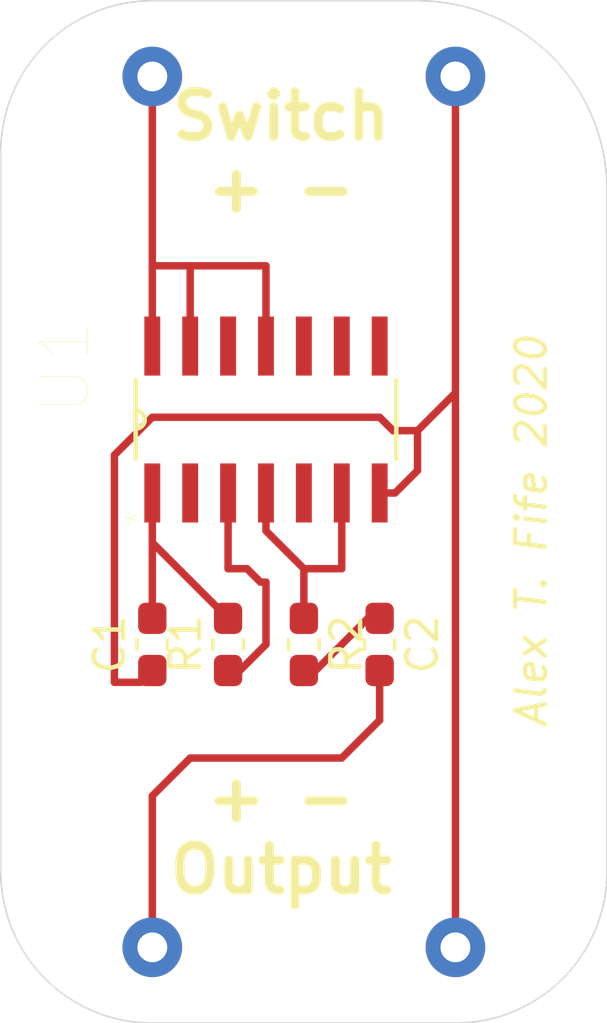
<source format=kicad_pcb>
(kicad_pcb (version 20171130) (host pcbnew "(5.1.6)-1")

  (general
    (thickness 1.6)
    (drawings 13)
    (tracks 50)
    (zones 0)
    (modules 5)
    (nets 14)
  )

  (page A4)
  (layers
    (0 F.Cu signal)
    (31 B.Cu signal)
    (32 B.Adhes user hide)
    (33 F.Adhes user hide)
    (34 B.Paste user hide)
    (35 F.Paste user hide)
    (36 B.SilkS user)
    (37 F.SilkS user)
    (38 B.Mask user hide)
    (39 F.Mask user hide)
    (40 Dwgs.User user hide)
    (41 Cmts.User user hide)
    (42 Eco1.User user hide)
    (43 Eco2.User user hide)
    (44 Edge.Cuts user)
    (45 Margin user hide)
    (46 B.CrtYd user hide)
    (47 F.CrtYd user hide)
    (48 B.Fab user hide)
    (49 F.Fab user hide)
  )

  (setup
    (last_trace_width 0.25)
    (trace_clearance 0.2)
    (zone_clearance 0.508)
    (zone_45_only no)
    (trace_min 0.2)
    (via_size 0.8)
    (via_drill 0.4)
    (via_min_size 0.4)
    (via_min_drill 0.3)
    (uvia_size 0.3)
    (uvia_drill 0.1)
    (uvias_allowed no)
    (uvia_min_size 0.2)
    (uvia_min_drill 0.1)
    (edge_width 0.05)
    (segment_width 0.2)
    (pcb_text_width 0.3)
    (pcb_text_size 1.5 1.5)
    (mod_edge_width 0.12)
    (mod_text_size 1 1)
    (mod_text_width 0.15)
    (pad_size 1.524 1.524)
    (pad_drill 0.762)
    (pad_to_mask_clearance 0.05)
    (aux_axis_origin 0 0)
    (grid_origin 139.7 118.11)
    (visible_elements 7FFFFFFF)
    (pcbplotparams
      (layerselection 0x010fc_ffffffff)
      (usegerberextensions false)
      (usegerberattributes true)
      (usegerberadvancedattributes true)
      (creategerberjobfile true)
      (excludeedgelayer true)
      (linewidth 0.100000)
      (plotframeref false)
      (viasonmask false)
      (mode 1)
      (useauxorigin false)
      (hpglpennumber 1)
      (hpglpenspeed 20)
      (hpglpendiameter 15.000000)
      (psnegative false)
      (psa4output false)
      (plotreference true)
      (plotvalue true)
      (plotinvisibletext false)
      (padsonsilk false)
      (subtractmaskfromsilk false)
      (outputformat 1)
      (mirror false)
      (drillshape 0)
      (scaleselection 1)
      (outputdirectory ""))
  )

  (net 0 "")
  (net 1 "Net-(U1-Pad12)")
  (net 2 "Net-(U1-Pad10)")
  (net 3 "Net-(U1-Pad9)")
  (net 4 "Net-(U1-Pad8)")
  (net 5 GND)
  (net 6 "Net-(R2-Pad1)")
  (net 7 "Net-(U1-Pad5)")
  (net 8 "Net-(R1-Pad1)")
  (net 9 "Net-(U1-Pad2)")
  (net 10 "Net-(C1-Pad2)")
  (net 11 "Net-(C2-Pad1)")
  (net 12 +3.3VA)
  (net 13 LINE)

  (net_class Default "This is the default net class."
    (clearance 0.2)
    (trace_width 0.25)
    (via_dia 0.8)
    (via_drill 0.4)
    (uvia_dia 0.3)
    (uvia_drill 0.1)
    (add_net +3.3VA)
    (add_net GND)
    (add_net LINE)
    (add_net "Net-(C1-Pad2)")
    (add_net "Net-(C2-Pad1)")
    (add_net "Net-(R1-Pad1)")
    (add_net "Net-(R2-Pad1)")
    (add_net "Net-(U1-Pad10)")
    (add_net "Net-(U1-Pad12)")
    (add_net "Net-(U1-Pad2)")
    (add_net "Net-(U1-Pad5)")
    (add_net "Net-(U1-Pad8)")
    (add_net "Net-(U1-Pad9)")
  )

  (module MC14106BDG:SOIC127P600X175-14N (layer F.Cu) (tedit 5F14EBB4) (tstamp 5EFDB3B3)
    (at 148.59 97.8662 90)
    (path /5EF1D375)
    (fp_text reference U1 (at 1.7526 -6.7564 90) (layer F.SilkS)
      (effects (font (size 1.64 1.64) (thickness 0.015)))
    )
    (fp_text value MC14106BDG (at -1.1938 7.62 90) (layer F.Fab)
      (effects (font (size 1.64 1.64) (thickness 0.015)))
    )
    (fp_line (start -2.0066 -3.556) (end -2.0066 -4.064) (layer F.Fab) (width 0.1))
    (fp_line (start -2.0066 -4.064) (end -3.0988 -4.064) (layer F.Fab) (width 0.1))
    (fp_line (start -3.0988 -4.064) (end -3.0988 -3.556) (layer F.Fab) (width 0.1))
    (fp_line (start -3.0988 -3.556) (end -2.0066 -3.556) (layer F.Fab) (width 0.1))
    (fp_line (start -2.0066 -2.286) (end -2.0066 -2.794) (layer F.Fab) (width 0.1))
    (fp_line (start -2.0066 -2.794) (end -3.0988 -2.794) (layer F.Fab) (width 0.1))
    (fp_line (start -3.0988 -2.794) (end -3.0988 -2.286) (layer F.Fab) (width 0.1))
    (fp_line (start -3.0988 -2.286) (end -2.0066 -2.286) (layer F.Fab) (width 0.1))
    (fp_line (start -2.0066 -1.016) (end -2.0066 -1.524) (layer F.Fab) (width 0.1))
    (fp_line (start -2.0066 -1.524) (end -3.0988 -1.524) (layer F.Fab) (width 0.1))
    (fp_line (start -3.0988 -1.524) (end -3.0988 -1.016) (layer F.Fab) (width 0.1))
    (fp_line (start -3.0988 -1.016) (end -2.0066 -1.016) (layer F.Fab) (width 0.1))
    (fp_line (start -2.0066 0.254) (end -2.0066 -0.254) (layer F.Fab) (width 0.1))
    (fp_line (start -2.0066 -0.254) (end -3.0988 -0.254) (layer F.Fab) (width 0.1))
    (fp_line (start -3.0988 -0.254) (end -3.0988 0.254) (layer F.Fab) (width 0.1))
    (fp_line (start -3.0988 0.254) (end -2.0066 0.254) (layer F.Fab) (width 0.1))
    (fp_line (start -2.0066 1.524) (end -2.0066 1.016) (layer F.Fab) (width 0.1))
    (fp_line (start -2.0066 1.016) (end -3.0988 1.016) (layer F.Fab) (width 0.1))
    (fp_line (start -3.0988 1.016) (end -3.0988 1.524) (layer F.Fab) (width 0.1))
    (fp_line (start -3.0988 1.524) (end -2.0066 1.524) (layer F.Fab) (width 0.1))
    (fp_line (start -2.0066 2.794) (end -2.0066 2.286) (layer F.Fab) (width 0.1))
    (fp_line (start -2.0066 2.286) (end -3.0988 2.286) (layer F.Fab) (width 0.1))
    (fp_line (start -3.0988 2.286) (end -3.0988 2.794) (layer F.Fab) (width 0.1))
    (fp_line (start -3.0988 2.794) (end -2.0066 2.794) (layer F.Fab) (width 0.1))
    (fp_line (start -2.0066 4.064) (end -2.0066 3.556) (layer F.Fab) (width 0.1))
    (fp_line (start -2.0066 3.556) (end -3.0988 3.556) (layer F.Fab) (width 0.1))
    (fp_line (start -3.0988 3.556) (end -3.0988 4.064) (layer F.Fab) (width 0.1))
    (fp_line (start -3.0988 4.064) (end -2.0066 4.064) (layer F.Fab) (width 0.1))
    (fp_line (start 2.0066 3.556) (end 2.0066 4.064) (layer F.Fab) (width 0.1))
    (fp_line (start 2.0066 4.064) (end 3.0988 4.064) (layer F.Fab) (width 0.1))
    (fp_line (start 3.0988 4.064) (end 3.0988 3.556) (layer F.Fab) (width 0.1))
    (fp_line (start 3.0988 3.556) (end 2.0066 3.556) (layer F.Fab) (width 0.1))
    (fp_line (start 2.0066 2.286) (end 2.0066 2.794) (layer F.Fab) (width 0.1))
    (fp_line (start 2.0066 2.794) (end 3.0988 2.794) (layer F.Fab) (width 0.1))
    (fp_line (start 3.0988 2.794) (end 3.0988 2.286) (layer F.Fab) (width 0.1))
    (fp_line (start 3.0988 2.286) (end 2.0066 2.286) (layer F.Fab) (width 0.1))
    (fp_line (start 2.0066 1.016) (end 2.0066 1.524) (layer F.Fab) (width 0.1))
    (fp_line (start 2.0066 1.524) (end 3.0988 1.524) (layer F.Fab) (width 0.1))
    (fp_line (start 3.0988 1.524) (end 3.0988 1.016) (layer F.Fab) (width 0.1))
    (fp_line (start 3.0988 1.016) (end 2.0066 1.016) (layer F.Fab) (width 0.1))
    (fp_line (start 2.0066 -0.254) (end 2.0066 0.254) (layer F.Fab) (width 0.1))
    (fp_line (start 2.0066 0.254) (end 3.0988 0.254) (layer F.Fab) (width 0.1))
    (fp_line (start 3.0988 0.254) (end 3.0988 -0.254) (layer F.Fab) (width 0.1))
    (fp_line (start 3.0988 -0.254) (end 2.0066 -0.254) (layer F.Fab) (width 0.1))
    (fp_line (start 2.0066 -1.524) (end 2.0066 -1.016) (layer F.Fab) (width 0.1))
    (fp_line (start 2.0066 -1.016) (end 3.0988 -1.016) (layer F.Fab) (width 0.1))
    (fp_line (start 3.0988 -1.016) (end 3.0988 -1.524) (layer F.Fab) (width 0.1))
    (fp_line (start 3.0988 -1.524) (end 2.0066 -1.524) (layer F.Fab) (width 0.1))
    (fp_line (start 2.0066 -2.794) (end 2.0066 -2.286) (layer F.Fab) (width 0.1))
    (fp_line (start 2.0066 -2.286) (end 3.0988 -2.286) (layer F.Fab) (width 0.1))
    (fp_line (start 3.0988 -2.286) (end 3.0988 -2.794) (layer F.Fab) (width 0.1))
    (fp_line (start 3.0988 -2.794) (end 2.0066 -2.794) (layer F.Fab) (width 0.1))
    (fp_line (start 2.0066 -4.064) (end 2.0066 -3.556) (layer F.Fab) (width 0.1))
    (fp_line (start 2.0066 -3.556) (end 3.0988 -3.556) (layer F.Fab) (width 0.1))
    (fp_line (start 3.0988 -3.556) (end 3.0988 -4.064) (layer F.Fab) (width 0.1))
    (fp_line (start 3.0988 -4.064) (end 2.0066 -4.064) (layer F.Fab) (width 0.1))
    (fp_line (start -2.0066 4.3688) (end 2.0066 4.3688) (layer F.Fab) (width 0.1))
    (fp_line (start 2.0066 4.3688) (end 2.0066 -4.3688) (layer F.Fab) (width 0.1))
    (fp_line (start 2.0066 -4.3688) (end 0.3048 -4.3688) (layer F.Fab) (width 0.1))
    (fp_line (start 0.3048 -4.3688) (end -0.3048 -4.3688) (layer F.Fab) (width 0.1))
    (fp_line (start -0.3048 -4.3688) (end -2.0066 -4.3688) (layer F.Fab) (width 0.1))
    (fp_line (start -2.0066 -4.3688) (end -2.0066 4.3688) (layer F.Fab) (width 0.1))
    (fp_line (start -1.3208 4.3688) (end 1.3208 4.3688) (layer F.SilkS) (width 0.1524))
    (fp_line (start 1.3208 -4.3688) (end 0.3048 -4.3688) (layer F.SilkS) (width 0.1524))
    (fp_line (start 0.3048 -4.3688) (end -0.3048 -4.3688) (layer F.SilkS) (width 0.1524))
    (fp_line (start -0.3048 -4.3688) (end -1.3208 -4.3688) (layer F.SilkS) (width 0.1524))
    (fp_text user * (at -3.302 -4.2164 90) (layer F.SilkS)
      (effects (font (size 1 1) (thickness 0.015)))
    )
    (fp_arc (start 0 -4.3688) (end -0.3048 -4.3688) (angle -180) (layer F.SilkS) (width 0.1524))
    (fp_text user * (at -3.302 -4.2164 90) (layer F.Fab)
      (effects (font (size 1 1) (thickness 0.015)))
    )
    (fp_arc (start 0 -4.3688) (end -0.3048 -4.3688) (angle -180) (layer F.Fab) (width 0.1))
    (pad 14 smd rect (at 2.4638 -3.81 90) (size 1.9812 0.5334) (layers F.Cu F.Paste F.Mask)
      (net 12 +3.3VA))
    (pad 13 smd rect (at 2.4638 -2.54 90) (size 1.9812 0.5334) (layers F.Cu F.Paste F.Mask)
      (net 12 +3.3VA))
    (pad 12 smd rect (at 2.4638 -1.27 90) (size 1.9812 0.5334) (layers F.Cu F.Paste F.Mask)
      (net 1 "Net-(U1-Pad12)"))
    (pad 11 smd rect (at 2.4638 0 90) (size 1.9812 0.5334) (layers F.Cu F.Paste F.Mask)
      (net 12 +3.3VA))
    (pad 10 smd rect (at 2.4638 1.27 90) (size 1.9812 0.5334) (layers F.Cu F.Paste F.Mask)
      (net 2 "Net-(U1-Pad10)"))
    (pad 9 smd rect (at 2.4638 2.54 90) (size 1.9812 0.5334) (layers F.Cu F.Paste F.Mask)
      (net 3 "Net-(U1-Pad9)"))
    (pad 8 smd rect (at 2.4638 3.81 90) (size 1.9812 0.5334) (layers F.Cu F.Paste F.Mask)
      (net 4 "Net-(U1-Pad8)"))
    (pad 7 smd rect (at -2.4638 3.81 90) (size 1.9812 0.5334) (layers F.Cu F.Paste F.Mask)
      (net 5 GND))
    (pad 6 smd rect (at -2.4638 2.54 90) (size 1.9812 0.5334) (layers F.Cu F.Paste F.Mask)
      (net 6 "Net-(R2-Pad1)"))
    (pad 5 smd rect (at -2.4638 1.27 90) (size 1.9812 0.5334) (layers F.Cu F.Paste F.Mask)
      (net 7 "Net-(U1-Pad5)"))
    (pad 4 smd rect (at -2.4638 0 90) (size 1.9812 0.5334) (layers F.Cu F.Paste F.Mask)
      (net 6 "Net-(R2-Pad1)"))
    (pad 3 smd rect (at -2.4638 -1.27 90) (size 1.9812 0.5334) (layers F.Cu F.Paste F.Mask)
      (net 8 "Net-(R1-Pad1)"))
    (pad 2 smd rect (at -2.4638 -2.54 90) (size 1.9812 0.5334) (layers F.Cu F.Paste F.Mask)
      (net 9 "Net-(U1-Pad2)"))
    (pad 1 smd rect (at -2.4638 -3.81 90) (size 1.9812 0.5334) (layers F.Cu F.Paste F.Mask)
      (net 10 "Net-(C1-Pad2)"))
  )

  (module Resistor_SMD:R_0603_1608Metric_Pad1.05x0.95mm_HandSolder (layer F.Cu) (tedit 5B301BBD) (tstamp 5F111122)
    (at 149.86 105.41 270)
    (descr "Resistor SMD 0603 (1608 Metric), square (rectangular) end terminal, IPC_7351 nominal with elongated pad for handsoldering. (Body size source: http://www.tortai-tech.com/upload/download/2011102023233369053.pdf), generated with kicad-footprint-generator")
    (tags "resistor handsolder")
    (path /5EF1D339)
    (attr smd)
    (fp_text reference R2 (at 0 -1.43 90) (layer F.SilkS)
      (effects (font (size 1 1) (thickness 0.15)))
    )
    (fp_text value 10k (at 0 1.43 90) (layer F.Fab)
      (effects (font (size 1 1) (thickness 0.15)))
    )
    (fp_line (start 1.65 0.73) (end -1.65 0.73) (layer F.CrtYd) (width 0.05))
    (fp_line (start 1.65 -0.73) (end 1.65 0.73) (layer F.CrtYd) (width 0.05))
    (fp_line (start -1.65 -0.73) (end 1.65 -0.73) (layer F.CrtYd) (width 0.05))
    (fp_line (start -1.65 0.73) (end -1.65 -0.73) (layer F.CrtYd) (width 0.05))
    (fp_line (start -0.171267 0.51) (end 0.171267 0.51) (layer F.SilkS) (width 0.12))
    (fp_line (start -0.171267 -0.51) (end 0.171267 -0.51) (layer F.SilkS) (width 0.12))
    (fp_line (start 0.8 0.4) (end -0.8 0.4) (layer F.Fab) (width 0.1))
    (fp_line (start 0.8 -0.4) (end 0.8 0.4) (layer F.Fab) (width 0.1))
    (fp_line (start -0.8 -0.4) (end 0.8 -0.4) (layer F.Fab) (width 0.1))
    (fp_line (start -0.8 0.4) (end -0.8 -0.4) (layer F.Fab) (width 0.1))
    (fp_text user %R (at 0 0 90) (layer F.Fab)
      (effects (font (size 0.4 0.4) (thickness 0.06)))
    )
    (pad 2 smd roundrect (at 0.875 0 270) (size 1.05 0.95) (layers F.Cu F.Paste F.Mask) (roundrect_rratio 0.25)
      (net 11 "Net-(C2-Pad1)"))
    (pad 1 smd roundrect (at -0.875 0 270) (size 1.05 0.95) (layers F.Cu F.Paste F.Mask) (roundrect_rratio 0.25)
      (net 6 "Net-(R2-Pad1)"))
    (model ${KISYS3DMOD}/Resistor_SMD.3dshapes/R_0603_1608Metric.wrl
      (at (xyz 0 0 0))
      (scale (xyz 1 1 1))
      (rotate (xyz 0 0 0))
    )
  )

  (module Resistor_SMD:R_0603_1608Metric_Pad1.05x0.95mm_HandSolder (layer F.Cu) (tedit 5B301BBD) (tstamp 5F111111)
    (at 147.32 105.41 90)
    (descr "Resistor SMD 0603 (1608 Metric), square (rectangular) end terminal, IPC_7351 nominal with elongated pad for handsoldering. (Body size source: http://www.tortai-tech.com/upload/download/2011102023233369053.pdf), generated with kicad-footprint-generator")
    (tags "resistor handsolder")
    (path /5EF1D388)
    (attr smd)
    (fp_text reference R1 (at 0 -1.43 90) (layer F.SilkS)
      (effects (font (size 1 1) (thickness 0.15)))
    )
    (fp_text value 1M (at 0 1.43 90) (layer F.Fab)
      (effects (font (size 1 1) (thickness 0.15)))
    )
    (fp_line (start 1.65 0.73) (end -1.65 0.73) (layer F.CrtYd) (width 0.05))
    (fp_line (start 1.65 -0.73) (end 1.65 0.73) (layer F.CrtYd) (width 0.05))
    (fp_line (start -1.65 -0.73) (end 1.65 -0.73) (layer F.CrtYd) (width 0.05))
    (fp_line (start -1.65 0.73) (end -1.65 -0.73) (layer F.CrtYd) (width 0.05))
    (fp_line (start -0.171267 0.51) (end 0.171267 0.51) (layer F.SilkS) (width 0.12))
    (fp_line (start -0.171267 -0.51) (end 0.171267 -0.51) (layer F.SilkS) (width 0.12))
    (fp_line (start 0.8 0.4) (end -0.8 0.4) (layer F.Fab) (width 0.1))
    (fp_line (start 0.8 -0.4) (end 0.8 0.4) (layer F.Fab) (width 0.1))
    (fp_line (start -0.8 -0.4) (end 0.8 -0.4) (layer F.Fab) (width 0.1))
    (fp_line (start -0.8 0.4) (end -0.8 -0.4) (layer F.Fab) (width 0.1))
    (fp_text user %R (at 0 0 90) (layer F.Fab)
      (effects (font (size 0.4 0.4) (thickness 0.06)))
    )
    (pad 2 smd roundrect (at 0.875 0 90) (size 1.05 0.95) (layers F.Cu F.Paste F.Mask) (roundrect_rratio 0.25)
      (net 10 "Net-(C1-Pad2)"))
    (pad 1 smd roundrect (at -0.875 0 90) (size 1.05 0.95) (layers F.Cu F.Paste F.Mask) (roundrect_rratio 0.25)
      (net 8 "Net-(R1-Pad1)"))
    (model ${KISYS3DMOD}/Resistor_SMD.3dshapes/R_0603_1608Metric.wrl
      (at (xyz 0 0 0))
      (scale (xyz 1 1 1))
      (rotate (xyz 0 0 0))
    )
  )

  (module Capacitor_SMD:C_0603_1608Metric_Pad1.05x0.95mm_HandSolder (layer F.Cu) (tedit 5B301BBE) (tstamp 5F111100)
    (at 152.4 105.41 270)
    (descr "Capacitor SMD 0603 (1608 Metric), square (rectangular) end terminal, IPC_7351 nominal with elongated pad for handsoldering. (Body size source: http://www.tortai-tech.com/upload/download/2011102023233369053.pdf), generated with kicad-footprint-generator")
    (tags "capacitor handsolder")
    (path /5EF1D345)
    (attr smd)
    (fp_text reference C2 (at 0 -1.43 90) (layer F.SilkS)
      (effects (font (size 1 1) (thickness 0.15)))
    )
    (fp_text value 120nF (at 0 1.43 90) (layer F.Fab)
      (effects (font (size 1 1) (thickness 0.15)))
    )
    (fp_line (start 1.65 0.73) (end -1.65 0.73) (layer F.CrtYd) (width 0.05))
    (fp_line (start 1.65 -0.73) (end 1.65 0.73) (layer F.CrtYd) (width 0.05))
    (fp_line (start -1.65 -0.73) (end 1.65 -0.73) (layer F.CrtYd) (width 0.05))
    (fp_line (start -1.65 0.73) (end -1.65 -0.73) (layer F.CrtYd) (width 0.05))
    (fp_line (start -0.171267 0.51) (end 0.171267 0.51) (layer F.SilkS) (width 0.12))
    (fp_line (start -0.171267 -0.51) (end 0.171267 -0.51) (layer F.SilkS) (width 0.12))
    (fp_line (start 0.8 0.4) (end -0.8 0.4) (layer F.Fab) (width 0.1))
    (fp_line (start 0.8 -0.4) (end 0.8 0.4) (layer F.Fab) (width 0.1))
    (fp_line (start -0.8 -0.4) (end 0.8 -0.4) (layer F.Fab) (width 0.1))
    (fp_line (start -0.8 0.4) (end -0.8 -0.4) (layer F.Fab) (width 0.1))
    (fp_text user %R (at 0 0 90) (layer F.Fab)
      (effects (font (size 0.4 0.4) (thickness 0.06)))
    )
    (pad 2 smd roundrect (at 0.875 0 270) (size 1.05 0.95) (layers F.Cu F.Paste F.Mask) (roundrect_rratio 0.25)
      (net 13 LINE))
    (pad 1 smd roundrect (at -0.875 0 270) (size 1.05 0.95) (layers F.Cu F.Paste F.Mask) (roundrect_rratio 0.25)
      (net 11 "Net-(C2-Pad1)"))
    (model ${KISYS3DMOD}/Capacitor_SMD.3dshapes/C_0603_1608Metric.wrl
      (at (xyz 0 0 0))
      (scale (xyz 1 1 1))
      (rotate (xyz 0 0 0))
    )
  )

  (module Capacitor_SMD:C_0603_1608Metric_Pad1.05x0.95mm_HandSolder (layer F.Cu) (tedit 5B301BBE) (tstamp 5F1110EF)
    (at 144.78 105.41 90)
    (descr "Capacitor SMD 0603 (1608 Metric), square (rectangular) end terminal, IPC_7351 nominal with elongated pad for handsoldering. (Body size source: http://www.tortai-tech.com/upload/download/2011102023233369053.pdf), generated with kicad-footprint-generator")
    (tags "capacitor handsolder")
    (path /5EF1D33F)
    (attr smd)
    (fp_text reference C1 (at 0 -1.43 90) (layer F.SilkS)
      (effects (font (size 1 1) (thickness 0.15)))
    )
    (fp_text value 1nF (at 0 1.43 90) (layer F.Fab)
      (effects (font (size 1 1) (thickness 0.15)))
    )
    (fp_line (start 1.65 0.73) (end -1.65 0.73) (layer F.CrtYd) (width 0.05))
    (fp_line (start 1.65 -0.73) (end 1.65 0.73) (layer F.CrtYd) (width 0.05))
    (fp_line (start -1.65 -0.73) (end 1.65 -0.73) (layer F.CrtYd) (width 0.05))
    (fp_line (start -1.65 0.73) (end -1.65 -0.73) (layer F.CrtYd) (width 0.05))
    (fp_line (start -0.171267 0.51) (end 0.171267 0.51) (layer F.SilkS) (width 0.12))
    (fp_line (start -0.171267 -0.51) (end 0.171267 -0.51) (layer F.SilkS) (width 0.12))
    (fp_line (start 0.8 0.4) (end -0.8 0.4) (layer F.Fab) (width 0.1))
    (fp_line (start 0.8 -0.4) (end 0.8 0.4) (layer F.Fab) (width 0.1))
    (fp_line (start -0.8 -0.4) (end 0.8 -0.4) (layer F.Fab) (width 0.1))
    (fp_line (start -0.8 0.4) (end -0.8 -0.4) (layer F.Fab) (width 0.1))
    (fp_text user %R (at 0 0 90) (layer F.Fab)
      (effects (font (size 0.4 0.4) (thickness 0.06)))
    )
    (pad 2 smd roundrect (at 0.875 0 90) (size 1.05 0.95) (layers F.Cu F.Paste F.Mask) (roundrect_rratio 0.25)
      (net 10 "Net-(C1-Pad2)"))
    (pad 1 smd roundrect (at -0.875 0 90) (size 1.05 0.95) (layers F.Cu F.Paste F.Mask) (roundrect_rratio 0.25)
      (net 5 GND))
    (model ${KISYS3DMOD}/Capacitor_SMD.3dshapes/C_0603_1608Metric.wrl
      (at (xyz 0 0 0))
      (scale (xyz 1 1 1))
      (rotate (xyz 0 0 0))
    )
  )

  (gr_text "Alex T. Fife 2020" (at 157.48 101.6 90) (layer F.SilkS)
    (effects (font (size 1 1) (thickness 0.15) italic))
  )
  (gr_poly (pts (xy 160.02 118.11) (xy 139.7 118.11) (xy 139.7 83.82) (xy 160.02 83.82)) (layer B.Mask) (width 0.1))
  (gr_poly (pts (xy 160.02 118.11) (xy 139.7 118.11) (xy 139.7 83.82) (xy 160.02 83.82)) (layer F.Mask) (width 0.1))
  (gr_line (start 144.78 83.82) (end 153.67 83.82) (layer Edge.Cuts) (width 0.05) (tstamp 5F1B67DD))
  (gr_line (start 139.7 88.9) (end 139.7 113.03) (layer Edge.Cuts) (width 0.05) (tstamp 5F1B67DB))
  (gr_line (start 160.02 113.03) (end 160.02 90.17) (layer Edge.Cuts) (width 0.05) (tstamp 5F1B67D7))
  (gr_line (start 144.78 118.11) (end 154.94 118.11) (layer Edge.Cuts) (width 0.05) (tstamp 5F1B67D3))
  (gr_arc (start 144.78 113.03) (end 139.7 113.03) (angle -90) (layer Edge.Cuts) (width 0.05))
  (gr_arc (start 154.94 113.03) (end 154.94 118.11) (angle -90) (layer Edge.Cuts) (width 0.05))
  (gr_arc (start 144.78 88.9) (end 144.78 83.82) (angle -90) (layer Edge.Cuts) (width 0.05))
  (gr_arc (start 153.67 90.17) (end 160.02 90.17) (angle -90) (layer Edge.Cuts) (width 0.05))
  (gr_text "+ -\nOutput" (at 149.098 111.76) (layer F.SilkS)
    (effects (font (size 1.5 1.5) (thickness 0.3)))
  )
  (gr_text "Switch\n+ -" (at 149.098 88.9) (layer F.SilkS)
    (effects (font (size 1.5 1.5) (thickness 0.3)))
  )

  (via (at 154.94 115.57) (size 2) (drill 1) (layers F.Cu B.Cu) (net 5))
  (via (at 154.94 86.36) (size 2) (drill 1) (layers F.Cu B.Cu) (net 5))
  (segment (start 152.9167 100.33) (end 153.67 99.5767) (width 0.25) (layer F.Cu) (net 5))
  (segment (start 152.4 100.33) (end 152.9167 100.33) (width 0.25) (layer F.Cu) (net 5))
  (segment (start 153.67 99.5767) (end 153.67 98.24001) (width 0.25) (layer F.Cu) (net 5))
  (segment (start 154.94 96.97001) (end 153.67 98.24001) (width 0.25) (layer F.Cu) (net 5))
  (segment (start 154.94 86.36) (end 154.94 96.97001) (width 0.25) (layer F.Cu) (net 5))
  (segment (start 144.385 106.68) (end 144.78 106.285) (width 0.25) (layer F.Cu) (net 5))
  (segment (start 143.51 106.68) (end 144.385 106.68) (width 0.25) (layer F.Cu) (net 5))
  (segment (start 152.85001 98.24001) (end 152.4 97.79) (width 0.25) (layer F.Cu) (net 5))
  (segment (start 153.67 98.24001) (end 152.85001 98.24001) (width 0.25) (layer F.Cu) (net 5))
  (segment (start 152.4 97.79) (end 144.78 97.79) (width 0.25) (layer F.Cu) (net 5))
  (segment (start 144.78 97.79) (end 143.51 99.06) (width 0.25) (layer F.Cu) (net 5))
  (segment (start 143.51 99.06) (end 143.51 106.68) (width 0.25) (layer F.Cu) (net 5))
  (segment (start 154.94 96.97001) (end 154.94 114.844999) (width 0.25) (layer F.Cu) (net 5))
  (segment (start 154.94 114.844999) (end 154.94 115.57) (width 0.25) (layer F.Cu) (net 5))
  (segment (start 151.13 102.87) (end 151.13 100.33) (width 0.25) (layer F.Cu) (net 6))
  (segment (start 149.86 102.87) (end 149.86 104.535) (width 0.25) (layer F.Cu) (net 6))
  (segment (start 149.86 102.87) (end 151.13 102.87) (width 0.25) (layer F.Cu) (net 6))
  (segment (start 149.86 102.87) (end 148.59 101.6) (width 0.25) (layer F.Cu) (net 6))
  (segment (start 148.59 101.6) (end 148.59 100.33) (width 0.25) (layer F.Cu) (net 6))
  (segment (start 147.32 101.6) (end 147.32 100.33) (width 0.25) (layer F.Cu) (net 8))
  (segment (start 147.95359 102.87) (end 147.32 102.87) (width 0.25) (layer F.Cu) (net 8))
  (segment (start 147.32 102.87) (end 147.32 100.33) (width 0.25) (layer F.Cu) (net 8))
  (segment (start 147.32 106.285) (end 147.715 106.285) (width 0.25) (layer F.Cu) (net 8))
  (segment (start 147.715 106.285) (end 148.59 105.41) (width 0.25) (layer F.Cu) (net 8))
  (segment (start 148.59 105.41) (end 148.59 103.32001) (width 0.25) (layer F.Cu) (net 8))
  (segment (start 148.59 103.32001) (end 148.4036 103.32001) (width 0.25) (layer F.Cu) (net 8))
  (segment (start 148.4036 103.32001) (end 147.95359 102.87) (width 0.25) (layer F.Cu) (net 8))
  (segment (start 144.78 100.33) (end 144.78 101.995) (width 0.25) (layer F.Cu) (net 10))
  (segment (start 144.78 104.535) (end 144.78 101.995) (width 0.25) (layer F.Cu) (net 10))
  (segment (start 144.78 101.995) (end 147.32 104.535) (width 0.25) (layer F.Cu) (net 10))
  (segment (start 149.86 106.285) (end 150.255 106.285) (width 0.25) (layer F.Cu) (net 11))
  (segment (start 152.005 104.535) (end 152.4 104.535) (width 0.25) (layer F.Cu) (net 11))
  (segment (start 150.255 106.285) (end 152.005 104.535) (width 0.25) (layer F.Cu) (net 11))
  (via (at 144.78 86.36) (size 2) (drill 1) (layers F.Cu B.Cu) (net 12))
  (segment (start 146.05 95.4024) (end 146.05 93.98) (width 0.25) (layer F.Cu) (net 12))
  (segment (start 146.05 92.71) (end 146.05 93.98) (width 0.25) (layer F.Cu) (net 12))
  (segment (start 148.59 95.4024) (end 148.59 92.71) (width 0.25) (layer F.Cu) (net 12))
  (segment (start 148.59 92.71) (end 146.05 92.71) (width 0.25) (layer F.Cu) (net 12))
  (segment (start 146.05 92.71) (end 144.78 92.71) (width 0.25) (layer F.Cu) (net 12))
  (segment (start 144.78 86.36) (end 144.78 92.71) (width 0.25) (layer F.Cu) (net 12))
  (segment (start 144.78 92.71) (end 144.78 95.4024) (width 0.25) (layer F.Cu) (net 12))
  (via (at 144.78 115.57) (size 2) (drill 1) (layers F.Cu B.Cu) (net 13))
  (segment (start 152.4 106.285) (end 152.4 107.95) (width 0.25) (layer F.Cu) (net 13))
  (segment (start 152.4 107.95) (end 151.13 109.22) (width 0.25) (layer F.Cu) (net 13))
  (segment (start 151.13 109.22) (end 146.05 109.22) (width 0.25) (layer F.Cu) (net 13))
  (segment (start 146.05 109.22) (end 144.78 110.49) (width 0.25) (layer F.Cu) (net 13))
  (segment (start 144.78 110.49) (end 144.78 114.844999) (width 0.25) (layer F.Cu) (net 13))
  (segment (start 144.78 114.844999) (end 144.78 115.57) (width 0.25) (layer F.Cu) (net 13))

)

</source>
